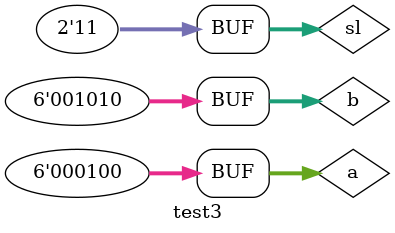
<source format=v>
`timescale 1ns / 1ps


module test3;

	// Inputs
	reg [5:0] a;
	reg [5:0] b;
	reg [1:0] sl;

	// Outputs
	wire [6:0] c;

	// Instantiate the Unit Under Test (UUT)
	jiancheng uut (
		.a(a), 
		.b(b), 
		.sl(sl), 
		.c(c)
	);

	initial begin
		// Initialize Inputs
		a = 0;
		b = 0;
		sl = 0;

		// Wait 100 ns for global reset to finish
		#100;
		a = 6'b000100;
		b = 6'b001010;
		sl = 2'b11;
        
		// Add stimulus here

	end
      
endmodule


</source>
